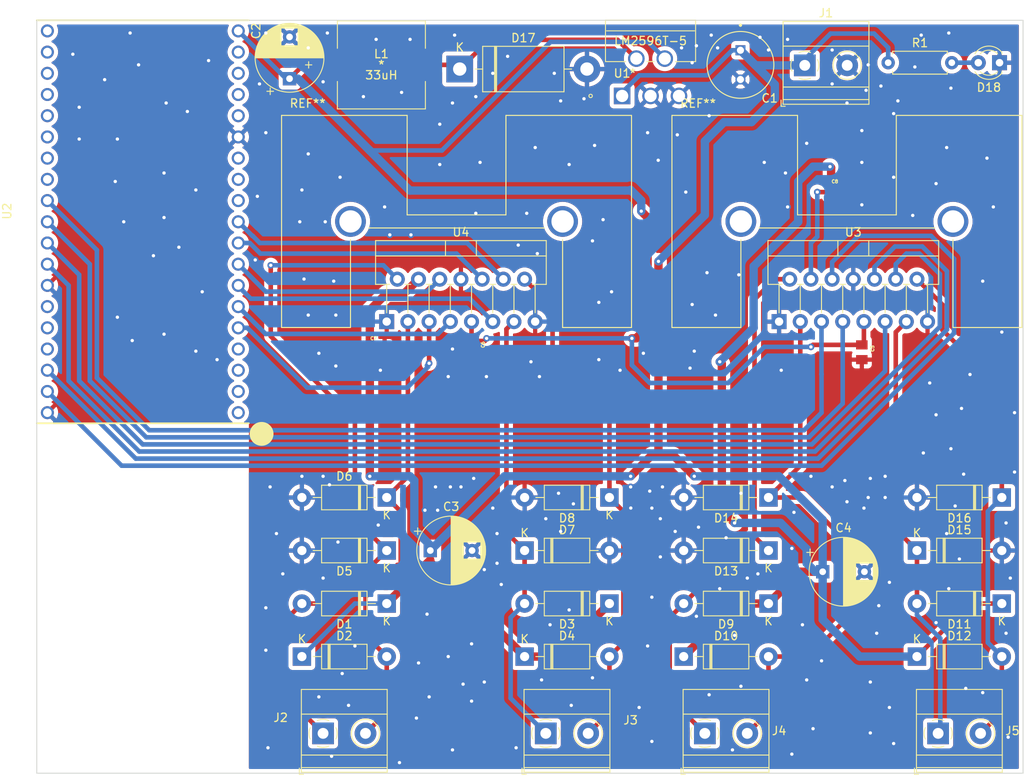
<source format=kicad_pcb>
(kicad_pcb (version 20211014) (generator pcbnew)
  (title_block (title "Fitbot") (rev "v01") (comment 1 "creativecommons.org/licences/by/4.0") (comment 2 "Licence: CC BY 4.0") (comment 3 "Author: Zaid Humayun"))
  (layers (0 "F.Cu" signal) (31 "B.Cu" signal) (34 "B.Paste" user) (35 "F.Paste" user) (36 "B.SilkS" user "B.Silkscreen") (37 "F.SilkS" user "F.Silkscreen") (38 "B.Mask" user) (39 "F.Mask" user) (44 "Edge.Cuts" user))
  (net 0 "")
  (net 1 "VCC")
  (net 2 "GND")
  (net 3 "Net-(D1-Pad2)")
  (net 4 "Net-(D2-Pad2)")
  (net 5 "Net-(D3-Pad2)")
  (net 6 "Net-(D4-Pad2)")
  (net 7 "/+5V")
  (net 8 "Net-(D10-Pad2)")
  (net 9 "Net-(D11-Pad2)")
  (net 10 "Net-(D12-Pad2)")
  (net 11 "Net-(D13-Pad1)")
  (net 12 "Net-(D18-Pad2)")
  (net 17 "/NET_IN_1_2")
  (net 18 "/NET_IN_2_2")
  (net 19 "/NET_ENA_2")
  (net 20 "/NET_IN_3_2")
  (net 21 "/NET_IN_4_2")
  (net 22 "/NET_ENB_2")
  (net 41 "/NET_IN_1_1")
  (net 42 "/NET_ENA_1")
  (net 43 "/NET_IN_3_1")
  (net 44 "/NET_IN_4_1")
  (net 45 "/NET_ENB_1")
  (net 46 "/NET_IN_2_1")
  (net 47 "Net-(L1-Pad2)")
  (footprint "Diode_THT:D_DO-41_SOD81_P10.16mm_Horizontal" (layer "F.Cu") (at 153.67 95.25 180)
    (fp_text reference "D16")
    (fp_text value "1N4007")
  )
  (footprint "TerminalBlock_Phoenix:TerminalBlock_Phoenix_MKDS-1,5-2-5.08_1x02_P5.08mm_Horizontal" (layer "F.Cu") (at 99.055 123.495)
    (fp_text reference "J3")
    (fp_text value "Screw_Terminal_01x02")
  )
  (footprint "Package_TO_SOT_THT:TO-220-15_P2.54x2.54mm_StaggerOdd_Lead4.58mm_Vertical" (layer "F.Cu") (at 126.995 74.185)
    (fp_text reference "U3")
    (fp_text value "L298N")
  )
  (footprint "Diode_THT:D_DO-41_SOD81_P10.16mm_Horizontal" (layer "F.Cu") (at 143.51 101.6)
    (fp_text reference "D15")
    (fp_text value "1N4007")
  )
  (footprint "Diode_THT:D_DO-41_SOD81_P10.16mm_Horizontal" (layer "F.Cu") (at 125.73 95.25 180)
    (fp_text reference "D14")
    (fp_text value "1N4007")
  )
  (footprint "Diode_THT:D_DO-41_SOD81_P10.16mm_Horizontal" (layer "F.Cu") (at 96.52 101.6)
    (fp_text reference "D7")
    (fp_text value "1N4007")
  )
  (footprint "Diode_THT:D_DO-41_SOD81_P10.16mm_Horizontal" (layer "F.Cu") (at 69.85 114.3)
    (fp_text reference "D2")
    (fp_text value "1N4007")
  )
  (footprint "downloaded-footprints:CAPC2012X135N-CL21A106KOQNNNE-0805" (layer "F.Cu") (at 90.27 77.39 -90)
    (fp_text reference "C6")
    (fp_text value "100nF")
  )
  (footprint "Resistor_THT:R_Axial_DIN0207_L6.3mm_D2.5mm_P7.62mm_Horizontal" (layer "F.Cu") (at 140.06 43.18)
    (fp_text reference "R1")
    (fp_text value "1k")
  )
  (footprint "TerminalBlock_Phoenix:TerminalBlock_Phoenix_MKDS-1,5-2-5.08_1x02_P5.08mm_Horizontal" (layer "F.Cu") (at 72.385 123.495)
    (fp_text reference "J2")
    (fp_text value "Screw_Terminal_01x02")
  )
  (footprint "Diode_THT:D_DO-41_SOD81_P10.16mm_Horizontal" (layer "F.Cu") (at 115.57 114.3)
    (fp_text reference "D10")
    (fp_text value "1N4007")
  )
  (footprint "Diode_THT:D_DO-41_SOD81_P10.16mm_Horizontal" (layer "F.Cu") (at 125.73 101.6 180)
    (fp_text reference "D13")
    (fp_text value "1N4007")
  )
  (footprint "Diode_THT:D_DO-41_SOD81_P10.16mm_Horizontal" (layer "F.Cu") (at 80.01 107.95 180)
    (fp_text reference "D1")
    (fp_text value "1N4007")
  )
  (footprint "Package_TO_SOT_THT:TO-220-15_P2.54x2.54mm_StaggerOdd_Lead4.58mm_Vertical" (layer "F.Cu") (at 80.005 74.185)
    (fp_text reference "U4")
    (fp_text value "L298N")
  )
  (footprint "Diode_THT:D_DO-41_SOD81_P10.16mm_Horizontal" (layer "F.Cu") (at 106.68 95.25 180)
    (fp_text reference "D8")
    (fp_text value "1N4007")
  )
  (footprint "Diode_THT:D_DO-41_SOD81_P10.16mm_Horizontal" (layer "F.Cu") (at 153.67 107.95 180)
    (fp_text reference "D11")
    (fp_text value "1N4007")
  )
  (footprint "downloaded-footprints:LM2596T-5.0&slash_LF03" (layer "F.Cu") (at 108.2 47.1604)
    (fp_text reference "U1")
    (fp_text value "LM2596T-5")
  )
  (footprint "Diode_THT:D_DO-41_SOD81_P10.16mm_Horizontal" (layer "F.Cu") (at 80.01 101.6 180)
    (fp_text reference "D5")
    (fp_text value "1N4007")
  )
  (footprint "Diode_THT:D_DO-41_SOD81_P10.16mm_Horizontal" (layer "F.Cu") (at 125.73 107.95 180)
    (fp_text reference "D9")
    (fp_text value "1N4007")
  )
  (footprint "downloaded-footprints:CAPPRD350W60D800H2000 - EEUFM1C681L" (layer "F.Cu") (at 122.37 43.44 -90)
    (fp_text reference "C1")
    (fp_text value "680uF")
  )
  (footprint "downloaded-footprints:CAPC2012X135N-CL21A106KOQNNNE-0805" (layer "F.Cu") (at 78.87 77.47)
    (fp_text reference "C7")
    (fp_text value "100nF")
  )
  (footprint "TerminalBlock_Phoenix:TerminalBlock_Phoenix_MKDS-1,5-2-5.08_1x02_P5.08mm_Horizontal" (layer "F.Cu") (at 130.075 43.495)
    (fp_text reference "J1")
    (fp_text value "Screw_Terminal_01x02")
  )
  (footprint "sourav-lib:HSINK_6399BG" (layer "F.Cu") (at 135.12 62.19)
    (fp_text reference "REF**")
    (fp_text value "HSINK_6399BG")
  )
  (footprint "Diode_THT:D_DO-41_SOD81_P10.16mm_Horizontal" (layer "F.Cu") (at 80.01 95.25 180)
    (fp_text reference "D6")
    (fp_text value "1N4007")
  )
  (footprint "Capacitor_THT:CP_Radial_D8.0mm_P5.00mm" (layer "F.Cu") (at 68.37 45.092651 90)
    (fp_text reference "C2")
    (fp_text value "220uF")
  )
  (footprint "LED_THT:LED_D3.0mm" (layer "F.Cu") (at 153.395 43.18 180)
    (fp_text reference "D18")
    (fp_text value "RED")
  )
  (footprint "downloaded-footprints:IHLP4040DZEK220M8A" (layer "F.Cu") (at 79.37 43.44)
    (fp_text reference "L1")
    (fp_text value "33uH")
  )
  (footprint "Diode_THT:D_DO-41_SOD81_P10.16mm_Horizontal" (layer "F.Cu") (at 106.68 107.95 180)
    (fp_text reference "D3")
    (fp_text value "1N4007")
  )
  (footprint "TerminalBlock_Phoenix:TerminalBlock_Phoenix_MKDS-1,5-2-5.08_1x02_P5.08mm_Horizontal" (layer "F.Cu") (at 118.105 123.495)
    (fp_text reference "J4")
    (fp_text value "Screw_Terminal_01x02")
  )
  (footprint "Diode_THT:D_DO-201AD_P15.24mm_Horizontal" (layer "F.Cu") (at 88.75 43.94)
    (fp_text reference "D17")
    (fp_text value "1N5822")
  )
  (footprint "Capacitor_THT:CP_Radial_D8.0mm_P5.00mm" (layer "F.Cu") (at 85.227349 101.6)
    (fp_text reference "C3")
    (fp_text value "220uF")
  )
  (footprint "Diode_THT:D_DO-41_SOD81_P10.16mm_Horizontal" (layer "F.Cu") (at 96.52 114.3)
    (fp_text reference "D4")
    (fp_text value "1N4007")
  )
  (footprint "downloaded-footprints:CAPC2012X135N-CL21A106KOQNNNE-0805" (layer "F.Cu") (at 136.906 77.855 -90)
    (fp_text reference "C5")
    (fp_text value "100nF")
  )
  (footprint "TerminalBlock_Phoenix:TerminalBlock_Phoenix_MKDS-1,5-2-5.08_1x02_P5.08mm_Horizontal" (layer "F.Cu") (at 146.045 123.495)
    (fp_text reference "J5")
    (fp_text value "Screw_Terminal_01x02")
  )
  (footprint "downloaded-footprints:CAPC2012X135N-CL21A106KOQNNNE-0805" (layer "F.Cu") (at 134.112 58.674)
    (fp_text reference "C8")
    (fp_text value "100nF")
  )
  (footprint "Capacitor_THT:CP_Radial_D8.0mm_P5.00mm" (layer "F.Cu") (at 132.217349 104.14)
    (fp_text reference "C4")
    (fp_text value "220uF")
  )
  (footprint "Fitbot_Library:ESP32_NODE_MCU" (layer "F.Cu") (at 50.8 60.96 90)
    (fp_text reference "U2")
    (fp_text value "ESP32S_Node_MCU")
  )
  (footprint "sourav-lib:HSINK_6399BG" (layer "F.Cu") (at 88.37 62.19)
    (fp_text reference "REF**")
    (fp_text value "HSINK_6399BG")
  )
  (footprint "Diode_THT:D_DO-41_SOD81_P10.16mm_Horizontal" (layer "F.Cu") (at 143.51 114.3)
    (fp_text reference "D12")
    (fp_text value "1N4007")
  )
  (gr_line (start 156.21 128.27) (end 38.1 128.27) (layer "Edge.Cuts") (width 0.1))
  (gr_line (start 38.1 128.27) (end 38.1 38.1) (layer "Edge.Cuts") (width 0.1))
  (gr_line (start 156.21 38.1) (end 156.21 128.27) (layer "Edge.Cuts") (width 0.1))
  (gr_line (start 38.1 38.1) (end 156.21 38.1) (layer "Edge.Cuts") (width 0.1))
  (segment (start 77.985 77.47) (end 77.985 92.703) (width 1) (layer "F.Cu") (net 1))
  (segment (start 119.888 78.994) (end 120.142 79.248) (width 1) (layer "F.Cu") (net 1))
  (segment (start 133.227 58.674) (end 133.227 55.757) (width 1) (layer "F.Cu") (net 1))
  (segment (start 113.03 90.17) (end 111.76 90.17) (width 1) (layer "F.Cu") (net 1))
  (segment (start 111.76 90.17) (end 109.22 92.71) (width 1) (layer "F.Cu") (net 1))
  (segment (start 85.227349 101.6) (end 85.227349 102.732651) (width 0.55) (layer "F.Cu") (net 1))
  (segment (start 77.985 72.805978) (end 79.986467 70.804511) (width 1) (layer "F.Cu") (net 1))
  (segment (start 100.33 114.3) (end 106.68 107.95) (width 1) (layer "F.Cu") (net 1))
  (segment (start 112.55 89.69) (end 113.03 90.17) (width 1) (layer "F.Cu") (net 1))
  (segment (start 133.227 58.674) (end 131.572 58.674) (width 0.55) (layer "F.Cu") (net 1))
  (segment (start 114.3 90.17) (end 113.03 90.17) (width 1) (layer "F.Cu") (net 1))
  (segment (start 112.55 66.97) (end 112.55 89.69) (width 1) (layer "F.Cu") (net 1))
  (segment (start 77.985 77.47) (end 77.985 72.805978) (width 1) (layer "F.Cu") (net 1))
  (segment (start 125.73 107.95) (end 121.92 107.95) (width 1) (layer "F.Cu") (net 1))
  (segment (start 79.986467 70.804511) (end 82.115489 70.804511) (width 1) (layer "F.Cu") (net 1))
  (segment (start 149.86 107.95) (end 143.51 114.3) (width 0.55) (layer "F.Cu") (net 1))
  (segment (start 85.227349 102.732651) (end 80.01 107.95) (width 1) (layer "F.Cu") (net 1))
  (segment (start 77.985 92.703) (end 77.978 92.71) (width 1) (layer "F.Cu") (net 1))
  (segment (start 120.142 79.248) (end 120.142 96.774) (width 1) (layer "F.Cu") (net 1))
  (segment (start 82.115489 70.804511) (end 83.815 69.105) (width 1) (layer "F.Cu") (net 1))
  (segment (start 96.52 114.3) (end 100.33 114.3) (width 1) (layer "F.Cu") (net 1))
  (segment (start 85.227349 103.007349) (end 96.52 114.3) (width 1) (layer "F.Cu") (net 1))
  (segment (start 132.217349 104.14) (end 129.54 104.14) (width 1) (layer "F.Cu") (net 1))
  (segment (start 133.227 55.757) (end 133.096 55.626) (width 1) (layer "F.Cu") (net 1))
  (segment (start 121.92 107.95) (end 115.57 114.3) (width 1) (layer "F.Cu") (net 1))
  (segment (start 153.67 107.95) (end 149.86 107.95) (width 0.55) (layer "F.Cu") (net 1))
  (segment (start 85.227349 102.732651) (end 85.227349 103.007349) (width 0.55) (layer "F.Cu") (net 1))
  (segment (start 116.84 92.71) (end 114.3 90.17) (width 1) (layer "F.Cu") (net 1))
  (segment (start 120.142 96.774) (end 121.666 98.298) (width 1) (layer "F.Cu") (net 1))
  (segment (start 129.54 104.14) (end 125.73 107.95) (width 1) (layer "F.Cu") (net 1))
  (via (at 112.55 66.97) (size 0.8) (drill 0.4) (layers "F.Cu" "B.Cu") (net 1))
  (via (at 77.978 92.71) (size 0.8) (drill 0.4) (layers "F.Cu" "B.Cu") (net 1))
  (via (at 119.888 78.994) (size 0.8) (drill 0.4) (layers "F.Cu" "B.Cu") (net 1))
  (via (at 109.22 92.71) (size 0.8) (drill 0.4) (layers "F.Cu" "B.Cu") (net 1))
  (via (at 116.84 92.71) (size 0.8) (drill 0.4) (layers "F.Cu" "B.Cu") (net 1))
  (via (at 121.666 98.298) (size 0.8) (drill 0.4) (layers "F.Cu" "B.Cu") (net 1))
  (via (at 131.572 58.674) (size 0.8) (drill 0.4) (layers "F.Cu" "B.Cu") (net 1))
  (via (at 133.096 55.626) (size 0.8) (drill 0.4) (layers "F.Cu" "B.Cu") (net 1))
  (segment (start 116.84 92.71) (end 126.989022 92.71) (width 1) (layer "B.Cu") (net 1))
  (segment (start 112.55 66.97) (end 118.11 61.41) (width 1) (layer "B.Cu") (net 1))
  (segment (start 76.2 107.95) (end 69.85 114.3) (width 0.55) (layer "B.Cu") (net 1))
  (segment (start 110.260874 44.69) (end 118.37 44.69) (width 0.55) (layer "B.Cu") (net 1))
  (segment (start 77.978 92.71) (end 82.804 92.71) (width 1) (layer "B.Cu") (net 1))
  (segment (start 121.666 98.298) (end 127.172366 98.298) (width 1) (layer "B.Cu") (net 1))
  (segment (start 118.11 61.41) (end 118.11 52.578) (width 1) (layer "B.Cu") (net 1))
  (segment (start 85.227349 100.975349) (end 85.227349 101.6) (width 1) (layer "B.Cu") (net 1))
  (segment (start 123.525 42.845) (end 124.175 43.495) (width 1) (layer "B.Cu") (net 1))
  (segment (start 131.572 64.008) (end 130.805 64.775) (width 0.55) (layer "B.Cu") (net 1))
  (segment (start 108.2 46.750874) (end 110.260874 44.69) (width 0.55) (layer "B.Cu") (net 1))
  (segment (start 123.952 67.564) (end 129.286 62.23) (width 1) (layer "B.Cu") (net 1))
  (segment (start 123.698 50.292) (end 126.492 47.498) (width 1) (layer "B.Cu") (net 1))
  (segment (start 130.075 42.777) (end 133.162 39.69) (width 0.55) (layer "B.Cu") (net 1))
  (segment (start 129.286 62.23) (end 129.286 57.404) (width 1) (layer "B.Cu") (net 1))
  (segment (start 119.888 78.994) (end 123.952 74.93) (width 1) (layer "B.Cu") (net 1))
  (segment (start 127.172366 98.298) (end 130.302 101.427634) (width 1) (layer "B.Cu") (net 1))
  (segment (start 130.302 103.124) (end 131.318 104.14) (width 1) (layer "B.Cu") (net 1))
  (segment (start 121.37 41.69) (end 122.37 41.69) (width 0.55) (layer "B.Cu") (net 1))
  (segment (start 131.064 55.626) (end 133.096 55.626) (width 1) (layer "B.Cu") (net 1))
  (segment (start 94.117349 92.71) (end 85.227349 101.6) (width 1) (layer "B.Cu") (net 1))
  (segment (start 132.217349 109.865349) (end 136.652 114.3) (width 1) (layer "B.Cu") (net 1))
  (segment (start 126.492 47.498) (end 126.492 45.812) (width 1) (layer "B.Cu") (net 1))
  (segment (start 130.302 101.427634) (end 130.302 103.124) (width 1) (layer "B.Cu") (net 1))
  (segment (start 123.952 74.93) (end 123.952 67.564) (width 1) (layer "B.Cu") (net 1))
  (segment (start 136.652 114.3) (end 143.51 114.3) (width 1) (layer "B.Cu") (net 1))
  (segment (start 83.312 99.06) (end 85.227349 100.975349) (width 1) (layer "B.Cu") (net 1))
  (segment (start 132.217349 97.938327) (end 132.217349 104.14) (width 1) (layer "B.Cu") (net 1))
  (segment (start 138.37 39.69) (end 140.06 41.38) (width 0.55) (layer "B.Cu") (net 1))
  (segment (start 118.37 44.69) (end 121.37 41.69) (width 0.55) (layer "B.Cu") (net 1))
  (segment (start 108.2 47.1604) (end 108.2 46.750874) (width 0.55) (layer "B.Cu") (net 1))
  (segment (start 133.162 39.69) (end 138.37 39.69) (width 0.55) (layer "B.Cu") (net 1))
  (segment (start 118.11 52.578) (end 120.396 50.292) (width 1) (layer "B.Cu") (net 1))
  (segment (start 131.572 58.674) (end 131.572 64.008) (width 0.55) (layer "B.Cu") (net 1))
  (segment (start 129.286 57.404) (end 131.064 55.626) (width 1) (layer "B.Cu") (net 1))
  (segment (start 109.22 92.71) (end 94.117349 92.71) (width 1) (layer "B.Cu") (net 1))
  (segment (start 124.175 43.495) (end 130.075 43.495) (width 1) (layer "B.Cu") (net 1))
  (segment (start 140.06 41.38) (end 140.06 43.18) (width 0.55) (layer "B.Cu") (net 1))
  (segment (start 123.525 42.845) (end 122.37 41.69) (width 1) (layer "B.Cu") (net 1))
  (segment (start 80.01 107.95) (end 76.2 107.95) (width 0.55) (layer "B.Cu") (net 1))
  (segment (start 130.075 43.495) (end 130.075 42.777) (width 0.55) (layer "B.Cu") (net 1))
  (segment (start 130.805 64.775) (end 130.805 69.105) (width 0.55) (layer "B.Cu") (net 1))
  (segment (start 120.396 50.292) (end 123.698 50.292) (width 1) (layer "B.Cu") (net 1))
  (segment (start 126.989022 92.71) (end 132.217349 97.938327) (width 1) (layer "B.Cu") (net 1))
  (segment (start 132.217349 104.14) (end 132.217349 109.865349) (width 1) (layer "B.Cu") (net 1))
  (segment (start 82.804 92.71) (end 83.312 93.218) (width 1) (layer "B.Cu") (net 1))
  (segment (start 83.312 93.218) (end 83.312 99.06) (width 1) (layer "B.Cu") (net 1))
  (segment (start 131.318 104.14) (end 132.217349 104.14) (width 1) (layer "B.Cu") (net 1))
  (segment (start 126.492 45.812) (end 123.525 42.845) (width 1) (layer "B.Cu") (net 1))
  (via (at 122.428 117.856) (size 0.8) (drill 0.4) (layers "F.Cu" "B.Cu") (net 2))
  (via (at 140.716 49.276) (size 0.8) (drill 0.4) (layers "F.Cu" "B.Cu") (net 2))
  (via (at 114.554 99.314) (size 0.8) (drill 0.4) (layers "F.Cu" "B.Cu") (net 2))
  (via (at 151.384 69.342) (size 0.8) (drill 0.4) (layers "F.Cu" "B.Cu") (net 2))
  (via (at 141.224 47.752) (size 0.8) (drill 0.4) (layers "F.Cu" "B.Cu") (net 2))
  (via (at 118.618 49.53) (size 0.8) (drill 0.4) (layers "F.Cu" "B.Cu") (net 2))
  (via (at 93.218 99.568) (size 0.8) (drill 0.4) (layers "F.Cu" "B.Cu") (net 2))
  (via (at 144.018 39.878) (size 0.8) (drill 0.4) (layers "F.Cu" "B.Cu") (net 2))
  (via (at 98.298 80.772) (size 0.8) (drill 0.4) (layers "F.Cu" "B.Cu") (net 2))
  (via (at 90.17 112.776) (size 0.8) (drill 0.4) (layers "F.Cu" "B.Cu") (net 2))
  (via (at 99.568 110.49) (size 0.8) (drill 0.4) (layers "F.Cu" "B.Cu") (net 2))
  (via (at 91.694 103.886) (size 0.8) (drill 0.4) (layers "F.Cu" "B.Cu") (net 2))
  (via (at 137.16 96.52) (size 0.8) (drill 0.4) (layers "F.Cu" "B.Cu") (net 2))
  (via (at 140.716 56.896) (size 0.8) (drill 0.4) (layers "F.Cu" "B.Cu") (net 2))
  (via (at 71.882 77.978) (size 0.8) (drill 0.4) (layers "F.Cu" "B.Cu") (net 2))
  (via (at 69.85 58.42) (size 0.8) (drill 0.4) (layers "F.Cu" "B.Cu") (net 2))
  (via (at 127.762 56.388) (size 0.8) (drill 0.4) (layers "F.Cu" "B.Cu") (net 2))
  (via (at 87.63 93.98) (size 0.8) (drill 0.4) (layers "F.Cu" "B.Cu") (net 2))
  (via (at 102.362 96.012) (size 0.8) (drill 0.4) (layers "F.Cu" "B.Cu") (net 2))
  (via (at 135.128 48.006) (size 0.8) (drill 0.4) (layers "F.Cu" "B.Cu") (net 2))
  (via (at 66.04 93.98) (size 0.8) (drill 0.4) (layers "F.Cu" "B.Cu") (net 2))
  (via (at 145.796 110.236) (size 0.8) (drill 0.4) (layers "F.Cu" "B.Cu") (net 2))
  (via (at 148.844 84.582) (size 0.8) (drill 0.4) (layers "F.Cu" "B.Cu") (net 2))
  (via (at 111.506 94.488) (size 0.8) (drill 0.4) (layers "F.Cu" "B.Cu") (net 2))
  (via (at 121.412 125.476) (size 0.8) (drill 0.4) (layers "F.Cu" "B.Cu") (net 2))
  (via (at 86.36 55.372) (size 0.8) (drill 0.4) (layers "F.Cu" "B.Cu") (net 2))
  (via (at 42.418 42.164) (size 0.8) (drill 0.4) (layers "F.Cu" "B.Cu") (net 2))
  (via (at 155.194 85.09) (size 0.8) (drill 0.4) (layers "F.Cu" "B.Cu") (net 2))
  (via (at 119.888 106.172) (size 0.8) (drill 0.4) (layers "F.Cu" "B.Cu") (net 2))
  (via (at 122.174 68.58) (size 0.8) (drill 0.4) (layers "F.Cu" "B.Cu") (net 2))
  (via (at 87.376 114.3) (size 0.8) (drill 0.4) (layers "F.Cu" "B.Cu") (net 2))
  (via (at 43.18 48.514) (size 0.8) (drill 0.4) (layers "F.Cu" "B.Cu") (net 2))
  (via (at 49.53 76.454) (size 0.8) (drill 0.4) (layers "F.Cu" "B.Cu") (net 2))
  (via (at 104.902 53.086) (size 0.8) (drill 0.4) (layers "F.Cu" "B.Cu") (net 2))
  (via (at 109.237346 96.511893) (size 0.8) (drill 0.4) (layers "F.Cu" "B.Cu") (net 2))
  (via (at 86.36 50.546) (size 0.8) (drill 0.4) (layers "F.Cu" "B.Cu") (net 2))
  (via (at 139.7 95.25) (size 0.8) (drill 0.4) (layers "F.Cu" "B.Cu") (net 2))
  (via (at 79.248 80.01) (size 0.8) (drill 0.4) (layers "F.Cu" "B.Cu") (net 2))
  (via (at 73.914 73.406) (size 0.8) (drill 0.4) (layers "F.Cu" "B.Cu") (net 2))
  (via (at 56.134 49.022) (size 0.8) (drill 0.4) (layers "F.Cu" "B.Cu") (net 2))
  (via (at 70.612 41.402) (size 0.8) (drill 0.4) (layers "F.Cu" "B.Cu") (net 2))
  (via (at 137.414 46.482) (size 0.8) (drill 0.4) (layers "F.Cu" "B.Cu") (net 2))
  (via (at 138.684 111.506) (size 0.8) (drill 0.4) (layers "F.Cu" "B.Cu") (net 2))
  (via (at 125.73 41.656) (size 0.8) (drill 0.4) (layers "F.Cu" "B.Cu") (net 2))
  (via (at 116.586 43.18) (size 0.8) (drill 0.4) (layers "F.Cu" "B.Cu") (net 2))
  (via (at 73.914 79.502) (size 0.8) (drill 0.4) (layers "F.Cu" "B.Cu") (net 2))
  (via (at 53.594 48.006) (size 0.8) (drill 0.4) (layers "F.Cu" "B.Cu") (net 2))
  (via (at 154.432 123.952) (size 0.8) (drill 0.4) (layers "F.Cu" "B.Cu") (net 2))
  (via (at 90.678 61.214) (size 0.8) (drill 0.4) (layers "F.Cu" "B.Cu") (net 2))
  (via (at 113.03 93.98) (size 0.8) (drill 0.4) (layers "F.Cu" "B.Cu") (net 2))
  (via (at 117.094 109.474) (size 0.8) (drill 0.4) (layers "F.Cu" "B.Cu") (net 2))
  (via (at 135.128 95.758) (size 0.8) (drill 0.4) (layers "F.Cu" "B.Cu") (net 2))
  (via (at 85.852 93.98) (size 0.8) (drill 0.4) (layers "F.Cu" "B.Cu") (net 2))
  (via (at 81.788 46.736) (size 0.8) (drill 0.4) (layers "F.Cu" "B.Cu") (net 2))
  (via (at 130.302 52.832) (size 0.8) (drill 0.4) (layers "F.Cu" "B.Cu") (net 2))
  (via (at 139.7 92.71) (size 0.8) (drill 0.4) (layers "F.Cu" "B.Cu") (net 2))
  (via (at 78.74 40.386) (size 0.8) (drill 0.4) (layers "F.Cu" "B.Cu") (net 2))
  (via (at 128.524 101.346) (size 0.8) (drill 0.4) (layers "F.Cu" "B.Cu") (net 2))
  (via (at 52.07 66.294) (size 0.8) (drill 0.4) (layers "F.Cu" "B.Cu") (net 2))
  (via (at 117.094 41.148) (size 0.8) (drill 0.4) (layers "F.Cu" "B.Cu") (net 2))
  (via (at 85.09 119.126) (size 0.8) (drill 0.4) (layers "F.Cu" "B.Cu") (net 2))
  (via (at 147.32 106.172) (size 0.8) (drill 0.4) (layers "F.Cu" "B.Cu") (net 2))
  (via (at 127.254 80.01) (size 0.8) (drill 0.4) (layers "F.Cu" "B.Cu") (net 2))
  (via (at 82.911042 63.7955) (size 0.8) (drill 0.4) (layers "F.Cu" "B.Cu") (net 2))
  (via (at 89.154 117.602) (size 0.8) (drill 0.4) (layers "F.Cu" "B.Cu") (net 2))
  (via (at 72.39 92.71) (size 0.8) (drill 0.4) (layers "F.Cu" "B.Cu") (net 2))
  (via (at 66.802 99.568) (size 0.8) (drill 0.4) (layers "F.Cu" "B.Cu") (net 2))
  (via (at 153.67 75.438) (size 0.8) (drill 0.4) (layers "F.Cu" "B.Cu") (net 2))
  (via (at 65.532 113.538) (size 0.8) (drill 0.4) (layers "F.Cu" "B.Cu") (net 2))
  (via (at 53.34 56.388) (size 0.8) (drill 0.4) (layers "F.Cu" "B.Cu") (net 2))
  (via (at 91.694 117.348) (size 0.8) (drill 0.4) (layers "F.Cu" "B.Cu") (net 2))
  (via (at 57.15 58.42) (size 0.8) (drill 0.4) (layers "F.Cu" "B.Cu") (net 2))
  (via (at 72.644 62.23) (size 0.8) (drill 0.4) (layers "F.Cu" "B.Cu") (net 2))
  (via (at 48.514 62.23) (size 0.8) (drill 0.4) (layers "F.Cu" "B.Cu") (net 2))
  (via (at 71.882 119.126) (size 0.8) (drill 0.4) (layers "F.Cu" "B.Cu") (net 2))
  (via (at 75.438 120.142) (size 0.8) (drill 0.4) (layers "F.Cu" "B.Cu") (net 2))
  (via (at 147.066 99.568) (size 0.8) (drill 0.4) (layers "F.Cu" "B.Cu") (net 2))
  (via (at 147.066 53.34) (size 0.8) (drill 0.4) (layers "F.Cu" "B.Cu") (net 2))
  (via (at 64.516 59.182) (size 0.8) (drill 0.4) (layers "F.Cu" "B.Cu") (net 2))
  (via (at 84.836 109.22) (size 0.8) (drill 0.4) (layers "F.Cu" "B.Cu") (net 2))
  (via (at 47.752 73.66) (size 0.8) (drill 0.4) (layers "F.Cu" "B.Cu") (net 2))
  (via (at 140.716 124.714) (size 0.8) (drill 0.4) (layers "F.Cu" "B.Cu") (net 2))
  (via (at 116.332 79.756) (size 0.8) (drill 0.4) (layers "F.Cu" "B.Cu") (net 2))
  (via (at 128.016 40.386) (size 0.8) (drill 0.4) (layers "F.Cu" "B.Cu") (net 2))
  (via (at 70.612 73.406) (size 0.8) (drill 0.4) (layers "F.Cu" "B.Cu") (net 2))
  (via (at 74.168 100.584) (size 0.8) (drill 0.4) (layers "F.Cu" "B.Cu") (net 2))
  (via (at 118.364 68.326) (size 0.8) (drill 0.4) (layers "F.Cu" "B.Cu") (net 2))
  (via (at 136.906 60.198) (size 0.8) (drill 0.4) (layers "F.Cu" "B.Cu") (net 2))
  (via (at 149.352 118.11) (size 0.8) (drill 0.4) (layers "F.Cu" "B.Cu") (net 2))
  (via (at 140.208 105.41) (size 0.8) (drill 0.4) (layers "F.Cu" "B.Cu") (net 2))
  (via (at 136.906 51.308) (size 0.8) (drill 0.4) (layers "F.Cu" "B.Cu") (net 2))
  (via (at 137.922 92.964) (size 0.8) (drill 0.4) (layers "F.Cu" "B.Cu") (net 2))
  (via (at 120.65 100.076) (size 0.8) (drill 0.4) (layers "F.Cu" "B.Cu") (net 2))
  (via (at 104.648 116.84) (size 0.8) (drill 0.4) (layers "F.Cu" "B.Cu") (net 2))
  (via (at 143.256 43.688) (size 0.8) (drill 0.4) (layers "F.Cu" "B.Cu") (net 2))
  (via (at 83.82 115.062) (size 0.8) (drill 0.4) (layers "F.Cu" "B.Cu") (net 2))
  (via (at 90.424 92.964) (size 0.8) (drill 0.4) (layers "F.Cu" "B.Cu") (net 2))
  (via (at 111.76 107.188) (size 0.8) (drill 0.4) (layers "F.Cu" "B.Cu") (net 2))
  (via (at 137.668 95.25) (size 0.8) (drill 0.4) (layers "F.Cu" "B.Cu") (net 2))
  (via (at 65.786 125.222) (size 0.8) (drill 0.4) (layers "F.Cu" "B.Cu") (net 2))
  (via (at 72.39 104.902) (size 0.8) (drill 0.4) (layers "F.Cu" "B.Cu") (net 2))
  (via (at 70.104 69.088) (size 0.8) (drill 0.4) (layers "F.Cu" "B.Cu") (net 2))
  (via (at 100.838 47.752) (size 0.8) (drill 0.4) (layers "F.Cu" "B.Cu") (net 2))
  (via (at 118.872 39.878) (size 0.8) (drill 0.4) (layers "F.Cu" "B.Cu") (net 2))
  (via (at 74.422 56.896) (size 0.8) (drill 0.4) (layers "F.Cu" "B.Cu") (net 2))
  (via (at 136.906 55.118) (size 0.8) (drill 0.4) (layers "F.Cu" "B.Cu") (net 2))
  (via (at 49.276 39.624) (size 0.8) (drill 0.4) (layers "F.Cu" "B.Cu") (net 2))
  (via (at 137.922 123.444) (size 0.8) (drill 0.4) (layers "F.Cu" "B.Cu") (net 2))
  (via (at 72.898 39.624) (size 0.8) (drill 0.4) (layers "F.Cu" "B.Cu") (net 2))
  (via (at 73.152 93.726) (size 0.8) (drill 0.4) (layers "F.Cu" "B.Cu") (net 2))
  (via (at 87.884 125.476) (size 0.8) (drill 0.4) (layers "F.Cu" "B.Cu") (net 2))
  (via (at 94.488 42.418) (size 0.8) (drill 0.4) (layers "F.Cu" "B.Cu") (net 2))
  (via (at 95.504 125.222) (size 0.8) (drill 0.4) (layers "F.Cu" "B.Cu") (net 2))
  (via (at 70.612 54.102) (size 0.8) (drill 0.4) (layers "F.Cu" "B.Cu") (net 2))
  (via (at 114.808 51.816) (size 0.8) (drill 0.4) (layers "F.Cu" "B.Cu") (net 2))
  (via (at 124.714 40.132) (size 0.8) (drill 0.4) (layers "F.Cu" "B.Cu") (net 2))
  (via (at 138.938 108.204) (size 0.8) (drill 0.4) (layers "F.Cu" "B.Cu") (net 2))
  (via (at 122.428 94.742) (size 0.8) (drill 0.4) (layers "F.Cu" "B.Cu") (net 2))
  (via (at 116.586 72.136) (size 0.8) (drill 0.4) (layers "F.Cu" "B.Cu") (net 2))
  (via (at 78.994 98.552) (size 0.8) (drill 0.4) (layers "F.Cu" "B.Cu") (net 2))
  (via (at 53.34 61.722) (size 0.8) (drill 0.4) (layers "F.Cu" "B.Cu") (net 2))
  (via (at 87.884 48.006) (size 0.8) (drill 0.4) (layers "F.Cu" "B.Cu") (net 2))
  (via (at 96.774 61.214) (size 0.8) (drill 0.4) (layers "F.Cu" "B.Cu") (net 2))
  (via (at 47.752 52.324) (size 0.8) (drill 0.4) (layers "F.Cu" "B.Cu") (net 2))
  (via (at 139.192 45.974) (size 0.8) (drill 0.4) (layers "F.Cu" "B.Cu") (net 2))
  (via (at 111.252 51.562) (size 0.8) (drill 0.4) (layers "F.Cu" "B.Cu") (net 2))
  (via (at 90.678 47.244) (size 0.8) (drill 0.4) (layers "F.Cu" "B.Cu") (net 2))
  (via (at 131.064 122.936) (size 0.8) (drill 0.4) (layers "F.Cu" "B.Cu") (net 2))
  (via (at 99.06 97.79) (size 0.8) (drill 0.4) (layers "F.Cu" "B.Cu") (net 2))
  (via (at 92.71 96.52) (size 0.8) (drill 0.4) (layers "F.Cu" "B.Cu") (net 2))
  (via (at 128.524 125.984) (size 0.8) (drill 0.4) (layers "F.Cu" "B.Cu") (net 2))
  (via (at 115.824 58.674) (size 0.8) (drill 0.4) (layers "F.Cu" "B.Cu") (net 2))
  (via (at 123.19 104.902) (size 0.8) (drill 0.4) (layers "F.Cu" "B.Cu") (net 2))
  (via (at 147.574 89.408) (size 0.8) (drill 0.4) (layers "F.Cu" "B.Cu") (net 2))
  (via (at 112.776 102.362) (size 0.8) (drill 0.4) (layers "F.Cu" "B.Cu") (net 2))
  (via (at 140.208 120.396) (size 0.8) (drill 0.4) (layers "F.Cu" "B.Cu") (net 2))
  (via (at 86.106 96.774) (size 0.8) (drill 0.4) (layers "F.Cu" "B.Cu") (net 2))
  (via (at 97.282 78.994) (size 0.8) (drill 0.4) (layers "F.Cu" "B.Cu") (net 2))
  (via (at 84.582 96.774) (size 0.8) (drill 0.4) (layers "F.Cu" "B.Cu") (net 2))
  (via (at 95.758 65.024) (size 0.8) (drill 0.4) (layers "F.Cu" "B.Cu") (net 2))
  (via (at 50.292 43.434) (size 0.8) (drill 0.4) (layers "F.Cu" "B.Cu") (net 2))
  (via (at 121.666 111.76) (size 0.8) (drill 0.4) (layers "F.Cu" "B.Cu") (net 2))
  (via (at 119.38 73.406) (size 0.8) (drill 0.4) (layers "F.Cu" "B.Cu") (net 2))
  (via (at 80.378274 63.7955) (size 0.8) (drill 0.4) (layers "F.Cu" "B.Cu") (net 2))
  (via (at 88.9 93.98) (size 0.8) (drill 0.4) (layers "F.Cu" "B.Cu") (net 2))
  (via (at 152.654 60.452) (size 0.8) (drill 0.4) (layers "F.Cu" "B.Cu") (net 2))
  (via (at 93.218 103.124) (size 0.8) (drill 0.4) (layers "F.Cu" "B.Cu") (net 2))
  (via (at 77.216 47.244) (size 0.8) (drill 0.4) (layers "F.Cu" "B.Cu") (net 2))
  (via (at 69.596 62.23) (size 0.8) (drill 0.4) (layers "F.Cu" "B.Cu") (net 2))
  (via (at 128.778 97.028) (size 0.8) (drill 0.4) (layers "F.Cu" "B.Cu") (net 2))
  (via (at 101.854 108.712) (size 0.8) (drill 0.4) (layers "F.Cu" "B.Cu") (net 2))
  (via (at 67.564 104.394) (size 0.8) (drill 0.4) (layers "F.Cu" "B.Cu") (net 2))
  (via (at 105.41 71.882) (size 0.8) (drill 0.4) (layers "F.Cu" "B.Cu") (net 2))
  (via (at 112.522 54.864) (size 0.8) (drill 0.4) (layers "F.Cu" "B.Cu") (net 2))
  (via (at 58.674 42.926) (size 0.8) (drill 0.4) (layers "F.Cu" "B.Cu") (net 2))
  (via (at 100.584 94.742) (size 0.8) (drill 0.4) (layers "F.Cu" "B.Cu") (net 2))
  (via (at 102.108 120.142) (size 0.8) (drill 0.4) (layers "F.Cu" "B.Cu") (net 2))
  (via (at 133.35 93.98) (size 0.8) (drill 0.4) (layers "F.Cu" "B.Cu") (net 2))
  (via (at 65.532 108.458) (size 0.8) (drill 0.4) (layers "F.Cu" "B.Cu") (net 2))
  (via (at 79.756 60.452) (size 0.8) (drill 0.4) (layers "F.Cu" "B.Cu") (net 2))
  (via (at 154.178 98.298) (size 0.8) (drill 0.4) (layers "F.Cu" "B.Cu") (net 2))
  (via (at 111.76 96.52) (size 0.8) (drill 0.4) (layers "F.Cu" "B.Cu") (net 2))
  (via (at 143.002 61.468) (size 0.8) (drill 0.4) (layers "F.Cu" "B.Cu") (net 2))
  (via (at 65.532 39.624) (size 0.8) (drill 0.4) (layers "F.Cu" "B.Cu") (net 2))
  (via (at 72.39 45.466) (size 0.8) (drill 0.4) (layers "F.Cu" "B.Cu") (net 2))
  (via (at 90.17 119.634) (size 0.8) (drill 0.4) (layers "F.Cu" "B.Cu") (net 2))
  (via (at 128.016 60.452) (size 0.8) (drill 0.4) (layers "F.Cu" "B.Cu") (net 2))
  (via (at 110.236 120.396) (size 0.8) (drill 0.4) (layers "F.Cu" "B.Cu") (net 2))
  (via (at 81.534 127) (size 0.8) (drill 0.4) (layers "F.Cu" "B.Cu") (net 2))
  (via (at 65.532 51.562) (size 0.8) (drill 0.4) (layers "F.Cu" "B.Cu") (net 2))
  (via (at 100.838 99.314) (size 0.8) (drill 0.4) (layers "F.Cu" "B.Cu") (net 2))
  (via (at 111.76 124.46) (size 0.8) (drill 0.4) (layers "F.Cu" "B.Cu") (net 2))
  (via (at 91.186 55.118) (size 0.8) (drill 0.4) (layers "F.Cu" "B.Cu") (net 2))
  (via (at 109.22 93.98) (size 0.8) (drill 0.4) (layers "F.Cu" "B.Cu") (net 2))
  (via (at 151.384 118.618) (size 0.8) (drill 0.4) (layers "F.Cu" "B.Cu") (net 2))
  (via (at 105.918 61.976) (size 0.8) (drill 0.4) (layers "F.Cu" "B.Cu") (net 2))
  (via (at 149.098 92.456) (size 0.8) (drill 0.4) (layers "F.Cu" "B.Cu") (net 2))
  (via (at 147.32 39.624) (size 0.8) (drill 0.4) (layers "F.Cu" "B.Cu") (net 2))
  (via (at 145.796 85.344) (size 0.8) (drill 0.4) (layers "F.Cu" "B.Cu") (net 2))
  (via (at 47.498 57.404) (size 0.8) (drill 0.4) (layers "F.Cu" "B.Cu") (net 2))
  (via (at 92.71 44.45) (size 0.8) (drill 0.4) (layers "F.Cu" "B.Cu") (net 2))
  (via (at 145.796 57.658) (size 0.8) (drill 0.4) (layers "F.Cu" "B.Cu") (net 2))
  (via (at 116.84 77.724) (size 0.8) (drill 0.4) (layers "F.Cu" "B.Cu") (net 2))
  (via (at 111.252 113.03) (size 0.8) (drill 0.4) (layers "F.Cu" "B.Cu") (net 2))
  (via (at 53.34 75.692) (size 0.8) (drill 0.4) (layers "F.Cu" "B.Cu") (net 2))
  (via (at 148.59 102.616) (size 0.8) (drill 0.4) (layers "F.Cu" "B.Cu") (net 2))
  (via (at 88.138 39.878) (size 0.8) (drill 0.4) (layers "F.Cu" "B.Cu") (net 2))
  (via (at 43.18 52.324) (size 0.8) (drill 0.4) (layers "F.Cu" "B.Cu") (net 2))
  (via (at 134.874 93.218) (size 0.8) (drill 0.4) (layers "F.Cu" "B.Cu") (net 2))
  (via (at 148.082 96.266) (size 0.8) (drill 0.4) (layers "F.Cu" "B.Cu") (net 2))
  (via (at 87.884 77.47) (size 0.8) (drill 0.4) (layers "F.Cu" "B.Cu") (net 2))
  (via (at 105.41 78.74) (size 0.8) (drill 0.4) (layers "F.Cu" "B.Cu") (net 2))
  (via (at 129.794 110.49) (size 0.8) (drill 0.4) (layers "F.Cu" "B.Cu") (net 2))
  (via (at 74.676 116.332) (size 0.8) (drill 0.4) (layers "F.Cu" "B.Cu") (net 2))
  (via (at 83.566 121.666) (size 0.8) (drill 0.4) (layers "F.Cu" "B.Cu") (net 2))
  (via (at 64.77 45.72) (size 0.8) (drill 0.4) (layers "F.Cu" "B.Cu") (net 2))
  (via (at 57.912 70.612) (size 0.8) (drill 0.4) (layers "F.Cu" "B.Cu") (net 2))
  (via (at 57.15 77.724) (size 0.8) (drill 0.4) (layers "F.Cu" "B.Cu") (net 2))
  (via (at 118.618 118.872) (size 0.8) (drill 0.4) (layers "F.Cu" "B.Cu") (net 2))
  (via (at 144.272 89.916) (size 0.8) (drill 0.4) (layers "F.Cu" "B.Cu") (net 2))
  (via (at 119.634 41.402) (size 0.8) (drill 0.4) (layers "F.Cu" "B.Cu") (net 2))
  (via (at 132.08 114.808) (size 0.8) (drill 0.4) (layers "F.Cu" "B.Cu") (net 2))
  (via (at 59.69 78.74) (size 0.8) (drill 0.4) (layers "F.Cu" "B.Cu") (net 2))
  (via (at 137.922 117.348) (size 0.8) (drill 0.4) (layers "F.Cu" "B.Cu") (net 2))
  (via (at 76.2 113.03) (size 0.8) (drill 0.4) (layers "F.Cu" "B.Cu") (net 2))
  (via (at 149.86 80.518) (size 0.8) (drill 0.4) (layers "F.Cu" "B.Cu") (net 2))
  (via (at 155.194 92.202) (size 0.8) (drill 0.4) (layers "F.Cu" "B.Cu") (net 2))
  (via (at 73.66 69.342) (size 0.8) (drill 0.4) (layers "F.Cu" "B.Cu") (net 2))
  (via (at 55.118 65.278) (size 0.8) (drill 0.4) (layers "F.Cu" "B.Cu") (net 2))
  (via (at 151.892 54.61) (size 0.8) (drill 0.4) (layers "F.Cu" "B.Cu") (net 2))
  (via (at 130.81 92.71) (size 0.8) (drill 0.4) (layers "F.Cu" "B.Cu") (net 2))
  (via (at 91.948 80.772) (size 0.8) (drill 0.4) (layers "F.Cu" "B.Cu") (net 2))
  (via (at 87.376 80.772) (size 0.8) (drill 0.4) (layers "F.Cu" "B.Cu") (net 2))
  (via (at 93.726 105.664) (size 0.8) (drill 0.4) (layers "F.Cu" "B.Cu") (net 2))
  (via (at 69.85 92.71) (size 0.8) (drill 0.4) (layers "F.Cu" "B.Cu") (net 2))
  (via (at 82.804 40.386) (size 0.8) (drill 0.4) (layers "F.Cu" "B.Cu") (net 2))
  (via (at 98.552 117.094) (size 0.8) (drill 0.4) (layers "F.Cu" "B.Cu") (net 2))
  (via (at 125.222 55.118) (size 0.8) (drill 0.4) (layers "F.Cu" "B.Cu") (net 2))
  (via (at 124.46 104.394) (size 0.8) (drill 0.4) (layers "F.Cu" "B.Cu") (net 2))
  (via (at 46.228 45.212) (size 0.8) (drill 0.4) (layers "F.Cu" "B.Cu") (net 2))
  (via (at 147.574 46.228) (size 0.8) (drill 0.4) (layers "F.Cu" "B.Cu") (net 2))
  (via (at 133.35 45.72) (size 0.8) (drill 0.4) (layers "F.Cu" "B.Cu") (net 2))
  (via (at 154.686 104.902) (size 0.8) (drill 0.4) (layers "F.Cu" "B.Cu") (net 2))
  (via (at 133.35 41.656) (size 0.8) (drill 0.4) (layers "F.Cu" "B.Cu") (net 2))
  (via (at 154.178 111.506) (size 0.8) (drill 0.4) (layers "F.Cu" "B.Cu") (net 2))
  (via (at 106.934 70.612) (size 0.8) (drill 0.4) (layers "F.Cu" "B.Cu") (net 2))
  (via (at 100.076 44.45) (size 0.8) (drill 0.4) (layers "F.Cu" "B.Cu") (net 2))
  (via (at 73.406 126.238) (size 0.8) (drill 0.4) (layers "F.Cu" "B.Cu") (net 2))
  (via (at 117.348 98.806) (size 0.8) (drill 0.4) (layers "F.Cu" "B.Cu") (net 2))
  (via (at 97.79 53.34) (size 0.8) (drill 0.4) (layers "F.Cu" "B.Cu") (net 2))
  (via (at 64.262 66.802) (size 0.8) (drill 0.4) (layers "F.Cu" "B.Cu") (net 2))
  (via (at 110.744 77.978) (size 0.8) (drill 0.4) (layers "F.Cu" "B.Cu") (net 2))
  (via (at 101.854 55.372) (size 0.8) (drill 0.4) (layers "F.Cu" "B.Cu") (net 2))
  (via (at 103.632 47.498) (size 0.8) (drill 0.4) (layers "F.Cu" "B.Cu") (net 2))
  (via (at 137.668 43.434) (size 0.8) (drill 0.4) (layers "F.Cu" "B.Cu") (net 2))
  (via (at 107.95 80.01) (size 0.8) (drill 0.4) (layers "F.Cu" "B.Cu") (net 2))
  (via (at 98.044 66.04) (size 0.8) (drill 0.4) (layers "F.Cu" "B.Cu") (net 2))
  (via (at 115.316 41.402) (size 0.8) (drill 0.4) (layers "F.Cu" "B.Cu") (net 2))
  (via (at 112.776 97.79) (size 0.8) (drill 0.4) (layers "F.Cu" "B.Cu") (net 2))
  (via (at 130.302 117.094) (size 0.8) (drill 0.4) (layers "F.Cu" "B.Cu") (net 2))
  (via (at 104.648 64.516) (size 0.8) (drill 0.4) (layers "F.Cu" "B.Cu") (net 2))
  (via (at 145.034 81.534) (size 0.8) (drill 0.4) (layers "F.Cu" "B.Cu") (net 2))
  (segment (start 67.31 118.42) (end 67.31 110.49) (width 0.55) (layer "F.Cu") (net 3))
  (segment (start 66.12 75.94) (end 76.2 86.02) (width 0.55) (layer "F.Cu") (net 3))
  (segment (start 72.385 123.495) (end 67.31 118.42) (width 0.55) (layer "F.Cu") (net 3))
  (segment (start 67.31 110.49) (end 69.85 107.95) (width 0.55) (layer "F.Cu") (net 3))
  (segment (start 73.66 107.95) (end 80.01 101.6) (width 0.55) (layer "F.Cu") (net 3))
  (segment (start 76.2 97.79) (end 80.01 101.6) (width 0.55) (layer "F.Cu") (net 3))
  (segment (start 69.85 107.95) (end 73.66 107.95) (width 0.55) (layer "F.Cu") (net 3))
  (segment (start 66.12 67.44) (end 66.12 75.94) (width 0.55) (layer "F.Cu") (net 3))
  (segment (start 76.2 86.02) (end 76.2 97.79) (width 0.55) (layer "F.Cu") (net 3))
  (via (at 66.12 67.44) (size 0.8) (drill 0.4) (layers "F.Cu" "B.Cu") (net 3))
  (segment (start 66.12 67.44) (end 79.61 67.44) (width 0.55) (layer "B.Cu") (net 3))
  (segment (start 79.61 67.44) (end 81.275 69.105) (width 0.55) (layer "B.Cu") (net 3))
  (segment (start 80.01 95.25) (end 81.684511 96.924511) (width 0.55) (layer "F.Cu") (net 4))
  (segment (start 77.47 107.140978) (end 77.47 111.76) (width 0.55) (layer "F.Cu") (net 4))
  (segment (start 80.01 114.3) (end 80.01 120.95) (width 0.55) (layer "F.Cu") (net 4))
  (segment (start 82.545 92.715) (end 80.01 95.25) (width 0.55) (layer "F.Cu") (net 4))
  (segment (start 80.01 120.95) (end 77.465 123.495) (width 0.55) (layer "F.Cu") (net 4))
  (segment (start 81.28 103.330978) (end 77.47 107.140978) (width 0.55) (layer "F.Cu") (net 4))
  (segment (start 82.545 92.715) (end 82.545 74.185) (width 0.55) (layer "F.Cu") (net 4))
  (segment (start 77.47 111.76) (end 80.01 114.3) (width 0.55) (layer "F.Cu") (net 4))
  (segment (start 81.684511 96.924511) (end 81.684511 103.330978) (width 0.55) (layer "F.Cu") (net 4))
  (segment (start 81.684511 103.330978) (end 81.28 103.330978) (width 0.55) (layer "F.Cu") (net 4))
  (segment (start 94.345 99.425) (end 96.52 101.6) (width 0.55) (layer "F.Cu") (net 5))
  (segment (start 94.345 75.085) (end 94.345 99.425) (width 0.55) (layer "F.Cu") (net 5))
  (segment (start 95.245 74.185) (end 94.345 75.085) (width 0.55) (layer "F.Cu") (net 5))
  (segment (start 96.52 101.6) (end 96.52 107.95) (width 0.55) (layer "F.Cu") (net 5))
  (segment (start 94.845489 119.285489) (end 99.055 123.495) (width 0.55) (layer "B.Cu") (net 5))
  (segment (start 96.52 107.95) (end 94.845489 109.624511) (width 0.55) (layer "B.Cu") (net 5))
  (segment (start 94.845489 109.624511) (end 94.845489 119.285489) (width 0.55) (layer "B.Cu") (net 5))
  (segment (start 108.354511 96.924511) (end 108.354511 112.625489) (width 0.55) (layer "F.Cu") (net 6))
  (segment (start 104.135 123.495) (end 106.68 120.95) (width 0.55) (layer "F.Cu") (net 6))
  (segment (start 106.68 120.95) (end 106.68 114.3) (width 0.55) (layer "F.Cu") (net 6))
  (segment (start 106.68 95.25) (end 108.354511 96.924511) (width 0.55) (layer "F.Cu") (net 6))
  (segment (start 99.87 78.69) (end 99.87 72.46) (width 0.55) (layer "F.Cu") (net 6))
  (segment (start 99.87 78.69) (end 106.68 85.5) (width 0.55) (layer "F.Cu") (net 6))
  (segment (start 99.87 72.46) (end 96.515 69.105) (width 0.55) (layer "F.Cu") (net 6))
  (segment (start 108.354511 112.625489) (end 106.68 114.3) (width 0.55) (layer "F.Cu") (net 6))
  (segment (start 106.68 85.5) (end 106.68 95.25) (width 0.55) (layer "F.Cu") (net 6))
  (segment (start 109.37 76.19) (end 109.87 76.19) (width 1) (layer "F.Cu") (net 7))
  (segment (start 90.165 74.185) (end 90.165 76.4) (width 0.55) (layer "F.Cu") (net 7))
  (segment (start 75.1028 43.44) (end 70.022651 43.44) (width 0.55) (layer "F.Cu") (net 7))
  (segment (start 111.25048 74.80952) (end 111.25048 61.72048) (width 1) (layer "F.Cu") (net 7))
  (segment (start 137.155 74.185) (end 137.155 76.721) (width 0.55) (layer "F.Cu") (net 7))
  (segment (start 90.27 76.505) (end 91.755 76.505) (width 0.55) (layer "F.Cu") (net 7))
  (segment (start 111.25048 61.72048) (end 110.49 60.96) (width 1) (layer "F.Cu") (net 7))
  (segment (start 136.906 76.97) (end 131.056 76.97) (width 0.55) (layer "F.Cu") (net 7))
  (segment (start 70.022651 43.44) (end 68.37 45.092651) (width 0.55) (layer "F.Cu") (net 7))
  (segment (start 131.056 76.97) (end 130.81 77.216) (width 0.55) (layer "F.Cu") (net 7))
  (segment (start 137.155 76.721) (end 136.906 76.97) (width 0.55) (layer "F.Cu") (net 7))
  (segment (start 90.165 76.4) (end 90.27 76.505) (width 0.55) (layer "F.Cu") (net 7))
  (segment (start 91.97 76.19) (end 91.87 76.39) (width 0.55) (layer "F.Cu") (net 7))
  (segment (start 91.755 76.505) (end 91.97 76.19) (width 0.55) (layer "F.Cu") (net 7))
  (segment (start 109.87 76.19) (end 111.25048 74.80952) (width 1) (layer "F.Cu") (net 7))
  (via (at 91.97 76.19) (size 0.8) (drill 0.4) (layers "F.Cu" "B.Cu") (net 7))
  (via (at 109.37 76.19) (size 0.8) (drill 0.4) (layers "F.Cu" "B.Cu") (net 7))
  (via (at 130.81 77.216) (size 0.8) (drill 0.4) (layers "F.Cu" "B.Cu") (net 7))
  (via (at 110.49 60.96) (size 0.8) (drill 0.4) (layers "F.Cu" "B.Cu") (net 7))
  (segment (start 125.222 77.216) (end 120.904 81.534) (width 0.55) (layer "B.Cu") (net 7))
  (segment (start 111.506 81.534) (end 109.37 79.398) (width 0.55) (layer "B.Cu") (net 7))
  (segment (start 82.77 58.49) (end 77.97 53.69) (width 1) (layer "B.Cu") (net 7))
  (segment (start 86.62 53.69) (end 99.62 40.69) (width 0.55) (layer "B.Cu") (net 7))
  (segment (start 109.37 76.19) (end 91.97 76.19) (width 0.55) (layer "B.Cu") (net 7))
  (segment (start 120.904 81.534) (end 111.506 81.534) (width 0.55) (layer "B.Cu") (net 7))
  (segment (start 108.5404 58.49) (end 109.15 58.49) (width 1) (layer "B.Cu") (net 7))
  (segment (start 130.81 77.216) (end 125.222 77.216) (width 0.55) (layer "B.Cu") (net 7))
  (segment (start 67.952651 45.092651) (end 68.37 45.092651) (width 0.55) (layer "B.Cu") (net 7))
  (segment (start 109.22 58.42) (end 110.49 59.69) (width 1) (layer "B.Cu") (net 7))
  (segment (start 99.62 40.69) (end 111.3054 40.69) (width 0.55) (layer "B.Cu") (net 7))
  (segment (start 62.23 39.37) (end 67.952651 45.092651) (width 0.55) (layer "B.Cu") (net 7))
  (segment (start 69.372651 45.092651) (end 68.37 45.092651) (width 1) (layer "B.Cu") (net 7))
  (segment (start 108.5404 58.49) (end 82.77 58.49) (width 1) (layer "B.Cu") (net 7))
  (segment (start 77.97 53.69) (end 86.62 53.69) (width 0.55) (layer "B.Cu") (net 7))
  (segment (start 111.3054 40.69) (end 113.3054 42.69) (width 0.55) (layer "B.Cu") (net 7))
  (segment (start 109.15 58.49) (end 109.22 58.42) (width 1) (layer "B.Cu") (net 7))
  (segment (start 110.49 59.69) (end 110.49 60.96) (width 1) (layer "B.Cu") (net 7))
  (segment (start 77.97 53.69) (end 69.372651 45.092651) (width 1) (layer "B.Cu") (net 7))
  (segment (start 109.37 79.398) (end 109.37 76.19) (width 0.55) (layer "B.Cu") (net 7))
  (segment (start 125.73 95.25) (end 129.794 95.25) (width 0.55) (layer "F.Cu") (net 8))
  (segment (start 134.62 100.076) (end 134.62 110.236) (width 0.55) (layer "F.Cu") (net 8))
  (segment (start 125.73 114.3) (end 125.73 120.95) (width 0.55) (layer "F.Cu") (net 8))
  (segment (start 129.794 95.25) (end 134.62 100.076) (width 0.55) (layer "F.Cu") (net 8))
  (segment (start 125.73 120.95) (end 123.185 123.495) (width 0.55) (layer "F.Cu") (net 8))
  (segment (start 129.535 74.185) (end 129.535 91.445) (width 0.55) (layer "F.Cu") (net 8))
  (segment (start 129.535 91.445) (end 125.73 95.25) (width 0.55) (layer "F.Cu") (net 8))
  (segment (start 134.62 110.236) (end 130.556 114.3) (width 0.55) (layer "F.Cu") (net 8))
  (segment (start 130.556 114.3) (end 125.73 114.3) (width 0.55) (layer "F.Cu") (net 8))
  (segment (start 140.97 99.06) (end 140.97 75.45) (width 0.55) (layer "F.Cu") (net 9))
  (segment (start 143.51 101.6) (end 140.97 99.06) (width 0.55) (layer "F.Cu") (net 9))
  (segment (start 143.51 101.6) (end 143.51 107.95) (width 0.55) (layer "F.Cu") (net 9))
  (segment (start 140.97 75.45) (end 142.235 74.185) (width 0.55) (layer "F.Cu") (net 9))
  (segment (start 143.51 107.95) (end 143.51 109.328168) (width 0.55) (layer "B.Cu") (net 9))
  (segment (start 146.304 112.122168) (end 146.304 123.236) (width 0.55) (layer "B.Cu") (net 9))
  (segment (start 146.304 123.236) (end 146.045 123.495) (width 0.55) (layer "B.Cu") (net 9))
  (segment (start 143.51 109.328168) (end 146.304 112.122168) (width 0.55) (layer "B.Cu") (net 9))
  (segment (start 146.558 75.184) (end 146.558 72.158) (width 0.55) (layer "F.Cu") (net 10))
  (segment (start 153.67 79.502) (end 150.876 76.708) (width 0.55) (layer "F.Cu") (net 10))
  (segment (start 148.082 76.708) (end 146.558 75.184) (width 0.55) (layer "F.Cu") (net 10))
  (segment (start 153.67 95.25) (end 153.67 79.502) (width 0.55) (layer "F.Cu") (net 10))
  (segment (start 146.558 72.158) (end 143.505 69.105) (width 0.55) (layer "F.Cu") (net 10))
  (segment (start 153.67 114.3) (end 153.67 120.95) (width 0.55) (layer "F.Cu") (net 10))
  (segment (start 153.67 120.95) (end 151.125 123.495) (width 0.55) (layer "F.Cu") (net 10))
  (segment (start 150.876 76.708) (end 148.082 76.708) (width 0.55) (layer "F.Cu") (net 10))
  (segment (start 153.67 95.25) (end 151.995489 96.924511) (width 0.55) (layer "B.Cu") (net 10))
  (segment (start 151.995489 112.625489) (end 153.67 114.3) (width 0.55) (layer "B.Cu") (net 10))
  (segment (start 151.995489 96.924511) (end 151.995489 112.625489) (width 0.55) (layer "B.Cu") (net 10))
  (segment (start 124.055489 71.524511) (end 126.475 69.105) (width 0.55) (layer "F.Cu") (net 11))
  (segment (start 124.055489 99.925489) (end 125.73 101.6) (width 0.55) (layer "F.Cu") (net 11))
  (segment (start 113.895489 109.624511) (end 113.895489 119.285489) (width 0.55) (layer "F.Cu") (net 11))
  (segment (start 123.594511 99.925489) (end 115.57 107.95) (width 0.55) (layer "F.Cu") (net 11))
  (segment (start 115.57 107.95) (end 113.895489 109.624511) (width 0.55) (layer "F.Cu") (net 11))
  (segment (start 126.475 69.105) (end 128.265 69.105) (width 0.55) (layer "F.Cu") (net 11))
  (segment (start 124.055489 99.925489) (end 123.594511 99.925489) (width 0.55) (layer "F.Cu") (net 11))
  (segment (start 113.895489 119.285489) (end 118.105 123.495) (width 0.55) (layer "F.Cu") (net 11))
  (segment (start 124.055489 99.925489) (end 124.055489 71.524511) (width 0.55) (layer "F.Cu") (net 11))
  (segment (start 147.68 43.18) (end 150.855 43.18) (width 0.55) (layer "B.Cu") (net 12))
  (segment (start 132.08 85.09) (end 129.9776 87.1924) (width 0.55) (layer "B.Cu") (net 17))
  (segment (start 45.29952 80.928118) (end 45.29952 65.61952) (width 0.55) (layer "B.Cu") (net 17))
  (segment (start 132.075 74.185) (end 132.075 80.485) (width 0.55) (layer "B.Cu") (net 17))
  (segment (start 132.08 80.49) (end 132.08 85.09) (width 0.55) (layer "B.Cu") (net 17))
  (segment (start 51.563802 87.1924) (end 45.29952 80.928118) (width 0.55) (layer "B.Cu") (net 17))
  (segment (start 45.29952 65.61952) (end 39.37 59.69) (width 0.55) (layer "B.Cu") (net 17))
  (segment (start 129.9776 87.1924) (end 51.563802 87.1924) (width 0.55) (layer "B.Cu") (net 17))
  (segment (start 132.075 80.485) (end 132.08 80.49) (width 0.55) (layer "B.Cu") (net 17))
  (segment (start 51.21192 88.04192) (end 130.567913 88.04192) (width 0.55) (layer "B.Cu") (net 18))
  (segment (start 134.615 83.994833) (end 134.615 74.185) (width 0.55) (layer "B.Cu") (net 18))
  (segment (start 130.567913 88.04192) (end 134.615 83.994833) (width 0.55) (layer "B.Cu") (net 18))
  (segment (start 44.45 81.28) (end 51.21192 88.04192) (width 0.55) (layer "B.Cu") (net 18))
  (segment (start 39.37 62.23) (end 44.45 67.31) (width 0.55) (layer "B.Cu") (net 18))
  (segment (start 44.45 67.31) (end 44.45 81.28) (width 0.55) (layer "B.Cu") (net 18))
  (segment (start 133.345 67.061) (end 133.345 69.105) (width 0.55) (layer "B.Cu") (net 19))
  (segment (start 145.200481 63.920481) (end 136.485519 63.920481) (width 0.55) (layer "B.Cu") (net 19))
  (segment (start 48.26 91.44) (end 132.08 91.44) (width 0.55) (layer "B.Cu") (net 19))
  (segment (start 147.948549 66.668549) (end 145.200481 63.920481) (width 0.55) (layer "B.Cu") (net 19))
  (segment (start 132.08 91.44) (end 147.948549 75.571451) (width 0.55) (layer "B.Cu") (net 19))
  (segment (start 39.37 82.55) (end 48.26 91.44) (width 0.55) (layer "B.Cu") (net 19))
  (segment (start 147.948549 75.571451) (end 147.948549 66.668549) (width 0.55) (layer "B.Cu") (net 19))
  (segment (start 136.485519 63.920481) (end 133.345 67.061) (width 0.55) (layer "B.Cu") (net 19))
  (segment (start 131.65952 90.59048) (end 147.09903 75.15097) (width 0.55) (layer "B.Cu") (net 20))
  (segment (start 39.37 80.01) (end 49.95048 90.59048) (width 0.55) (layer "B.Cu") (net 20))
  (segment (start 138.425 67.637598) (end 138.425 69.105) (width 0.55) (layer "B.Cu") (net 20))
  (segment (start 49.95048 90.59048) (end 131.65952 90.59048) (width 0.55) (layer "B.Cu") (net 20))
  (segment (start 147.09903 68.142353) (end 144.147157 65.19048) (width 0.55) (layer "B.Cu") (net 20))
  (segment (start 147.09903 75.15097) (end 147.09903 68.142353) (width 0.55) (layer "B.Cu") (net 20))
  (segment (start 140.872117 65.190481) (end 138.425 67.637598) (width 0.55) (layer "B.Cu") (net 20))
  (segment (start 144.147157 65.19048) (end 140.872117 65.190481) (width 0.55) (layer "B.Cu") (net 20))
  (segment (start 39.37 67.31) (end 41.91 69.85) (width 0.55) (layer "B.Cu") (net 21))
  (segment (start 143.795275 66.04) (end 142.24 66.04) (width 0.55) (layer "B.Cu") (net 21))
  (segment (start 50.37096 89.74096) (end 131.304315 89.74096) (width 0.55) (layer "B.Cu") (net 21))
  (segment (start 140.965 67.315) (end 140.965 69.105) (width 0.55) (layer "B.Cu") (net 21))
  (segment (start 146.249511 68.494236) (end 143.795275 66.04) (width 0.55) (layer "B.Cu") (net 21))
  (segment (start 41.91 69.85) (end 41.91 81.28) (width 0.55) (layer "B.Cu") (net 21))
  (segment (start 41.91 81.28) (end 50.37096 89.74096) (width 0.55) (layer "B.Cu") (net 21))
  (segment (start 142.24 66.04) (end 140.965 67.315) (width 0.55) (layer "B.Cu") (net 21))
  (segment (start 131.304315 89.74096) (end 146.249511 74.795764) (width 0.55) (layer "B.Cu") (net 21))
  (segment (start 146.249511 74.795764) (end 146.249511 68.494236) (width 0.55) (layer "B.Cu") (net 21))
  (segment (start 139.695 80.116235) (end 139.695 74.185) (width 0.55) (layer "B.Cu") (net 22))
  (segment (start 130.919795 88.89144) (end 139.695 80.116235) (width 0.55) (layer "B.Cu") (net 22))
  (segment (start 39.37 64.77) (end 43.18 68.58) (width 0.55) (layer "B.Cu") (net 22))
  (segment (start 43.18 81.28) (end 50.79144 88.89144) (width 0.55) (layer "B.Cu") (net 22))
  (segment (start 50.79144 88.89144) (end 130.919795 88.89144) (width 0.55) (layer "B.Cu") (net 22))
  (segment (start 43.18 68.58) (end 43.18 81.28) (width 0.55) (layer "B.Cu") (net 22))
  (segment (start 85.085 79.175) (end 85.085 74.185) (width 0.55) (layer "F.Cu") (net 41))
  (via (at 85.085 79.175) (size 0.8) (drill 0.4) (layers "F.Cu" "B.Cu") (net 41))
  (segment (start 82.473079 82.086921) (end 84.82 79.74) (width 0.55) (layer "B.Cu") (net 41))
  (segment (start 63.311402 74.93) (end 70.468323 82.086921) (width 0.55) (layer "B.Cu") (net 41))
  (segment (start 85.085 79.175) (end 84.82 79.44) (width 0.55) (layer "B.Cu") (net 41))
  (segment (start 84.82 79.74) (end 84.97 79.59) (width 0.55) (layer "B.Cu") (net 41))
  (segment (start 62.23 74.93) (end 63.311402 74.93) (width 0.55) (layer "B.Cu") (net 41))
  (segment (start 70.468323 82.086921) (end 82.473079 82.086921) (width 0.55) (layer "B.Cu") (net 41))
  (segment (start 84.97 79.59) (end 84.97 79.29) (width 0.55) (layer "B.Cu") (net 41))
  (segment (start 65.51 70.59) (end 84.87 70.59) (width 0.55) (layer "B.Cu") (net 42))
  (segment (start 84.87 70.59) (end 86.355 69.105) (width 0.55) (layer "B.Cu") (net 42))
  (segment (start 62.23 67.31) (end 65.51 70.59) (width 0.55) (layer "B.Cu") (net 42))
  (segment (start 88.37 66.04) (end 91.435 69.105) (width 0.55) (layer "B.Cu") (net 43))
  (segment (start 64.878168 66.04) (end 88.37 66.04) (width 0.55) (layer "B.Cu") (net 43))
  (segment (start 62.23 64.77) (end 63.608168 64.77) (width 0.55) (layer "B.Cu") (net 43))
  (segment (start 63.608168 64.77) (end 64.878168 66.04) (width 0.55) (layer "B.Cu") (net 43))
  (segment (start 63.960051 63.920481) (end 64.80957 64.77) (width 0.55) (layer "B.Cu") (net 44))
  (segment (start 63.92048 63.92048) (end 63.960051 63.920481) (width 0.55) (layer "B.Cu") (net 44))
  (segment (start 62.23 62.23) (end 63.92048 63.92048) (width 0.55) (layer "B.Cu") (net 44))
  (segment (start 64.80957 64.77) (end 89.64 64.77) (width 0.55) (layer "B.Cu") (net 44))
  (segment (start 89.64 64.77) (end 93.975 69.105) (width 0.55) (layer "B.Cu") (net 44))
  (segment (start 62.23 69.85) (end 62.23 69.95) (width 0.55) (layer "B.Cu") (net 45))
  (segment (start 89.960489 71.440489) (end 92.705 74.185) (width 0.55) (layer "B.Cu") (net 45))
  (segment (start 63.720489 71.440489) (end 89.960489 71.440489) (width 0.55) (layer "B.Cu") (net 45))
  (segment (start 62.23 69.95) (end 63.720489 71.440489) (width 0.55) (layer "B.Cu") (net 45))
  (segment (start 65.499511 75.659511) (end 86.150489 75.659511) (width 0.55) (layer "B.Cu") (net 46))
  (segment (start 86.150489 75.659511) (end 87.625 74.185) (width 0.55) (layer "B.Cu") (net 46))
  (segment (start 62.23 72.39) (end 65.499511 75.659511) (width 0.55) (layer "B.Cu") (net 46))
  (segment (start 107.6518 40.44) (end 92.25 40.44) (width 0.55) (layer "F.Cu") (net 47))
  (segment (start 88.25 43.44) (end 88.75 43.94) (width 0.55) (layer "F.Cu") (net 47))
  (segment (start 92.25 40.44) (end 88.75 43.94) (width 0.55) (layer "F.Cu") (net 47))
  (segment (start 83.6372 43.44) (end 88.25 43.44) (width 0.55) (layer "F.Cu") (net 47))
  (segment (start 109.9018 42.69) (end 107.6518 40.44) (width 0.55) (layer "F.Cu") (net 47))
  (zone (net 2) (net_name "GND") (layer "F.Cu") (connect_pads (clearance 0.508)) (min_thickness 0.254) (fill yes (thermal_gap 0.508) (thermal_bridge_width 0.508))
    (polygon (pts (xy 156.21 128.27) (xy 63.5 128.27) (xy 63.5 86.36) (xy 38.1 86.36) (xy 38.1 38.1) (xy 156.21 38.1)))
  )
  (zone (net 2) (net_name "GND") (layer "B.Cu") (connect_pads (clearance 0.508)) (min_thickness 0.254) (fill yes (thermal_gap 0.508) (thermal_bridge_width 0.508))
    (polygon (pts (xy 156.21 128.27) (xy 63.5 128.27) (xy 63.5 86.36) (xy 38.1 86.36) (xy 38.1 38.1) (xy 156.21 38.1)))
  )
)
</source>
